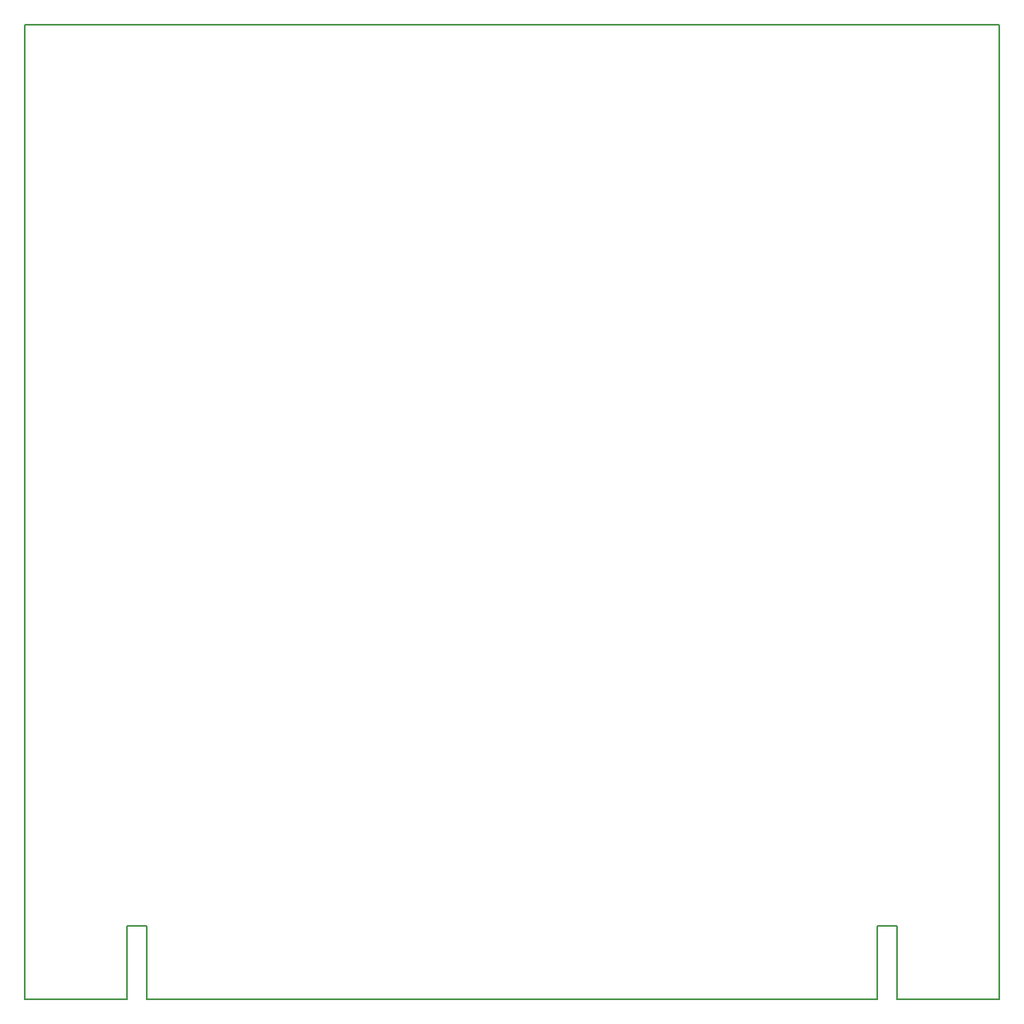
<source format=gbr>
G04 #@! TF.FileFunction,Profile,NP*
%FSLAX46Y46*%
G04 Gerber Fmt 4.6, Leading zero omitted, Abs format (unit mm)*
G04 Created by KiCad (PCBNEW 4.0.3-stable) date 09/16/16 16:21:31*
%MOMM*%
%LPD*%
G01*
G04 APERTURE LIST*
%ADD10C,0.100000*%
%ADD11C,0.150000*%
G04 APERTURE END LIST*
D10*
D11*
X89500000Y-100000000D02*
X100000000Y-100000000D01*
X89500000Y-92500000D02*
X89500000Y-100000000D01*
X87500000Y-92500000D02*
X89500000Y-92500000D01*
X87500000Y-100000000D02*
X87500000Y-92500000D01*
X12500000Y-100000000D02*
X87500000Y-100000000D01*
X10500000Y-100000000D02*
X0Y-100000000D01*
X12500000Y-92500000D02*
X12500000Y-100000000D01*
X10500000Y-92500000D02*
X12500000Y-92500000D01*
X10500000Y-100000000D02*
X10500000Y-92500000D01*
X100000000Y0D02*
X0Y0D01*
X100000000Y-100000000D02*
X100000000Y0D01*
X0Y0D02*
X0Y-100000000D01*
M02*

</source>
